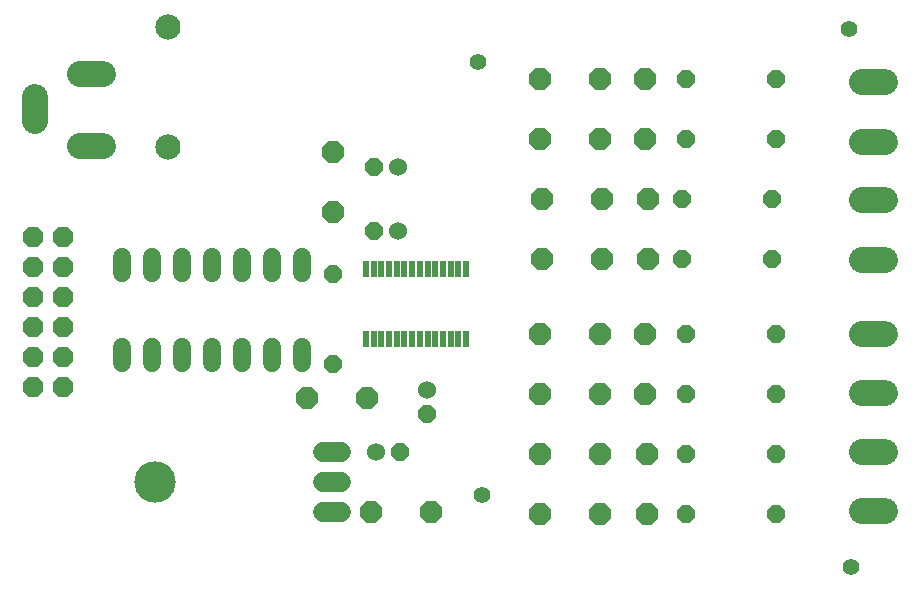
<source format=gts>
G75*
%MOIN*%
%OFA0B0*%
%FSLAX25Y25*%
%IPPOS*%
%LPD*%
%AMOC8*
5,1,8,0,0,1.08239X$1,22.5*
%
%ADD10C,0.05524*%
%ADD11OC8,0.06000*%
%ADD12C,0.06000*%
%ADD13OC8,0.07100*%
%ADD14R,0.02178X0.05524*%
%ADD15C,0.06000*%
%ADD16C,0.06800*%
%ADD17C,0.13800*%
%ADD18OC8,0.06800*%
%ADD19C,0.08600*%
%ADD20C,0.08674*%
%ADD21C,0.08400*%
D10*
X0166175Y0041800D03*
X0289300Y0018050D03*
X0164925Y0186175D03*
X0288675Y0197425D03*
D11*
X0264300Y0180550D03*
X0234300Y0180550D03*
X0234300Y0160550D03*
X0233050Y0140550D03*
X0233050Y0120550D03*
X0263050Y0120550D03*
X0263050Y0140550D03*
X0264300Y0160550D03*
X0264300Y0095550D03*
X0264300Y0075550D03*
X0234300Y0075550D03*
X0234300Y0095550D03*
X0234300Y0055550D03*
X0234300Y0035550D03*
X0264300Y0035550D03*
X0264300Y0055550D03*
X0148050Y0069050D03*
X0138925Y0056175D03*
X0116800Y0085550D03*
X0116800Y0115550D03*
X0130300Y0129925D03*
X0130300Y0151175D03*
D12*
X0138300Y0151175D03*
X0138300Y0129925D03*
X0148050Y0077050D03*
X0130925Y0056175D03*
D13*
X0128050Y0074300D03*
X0108050Y0074300D03*
X0129300Y0036175D03*
X0149300Y0036175D03*
X0185550Y0035550D03*
X0205550Y0035550D03*
X0221175Y0035550D03*
X0221175Y0055550D03*
X0205550Y0055550D03*
X0185550Y0055550D03*
X0185550Y0075550D03*
X0205550Y0075550D03*
X0220550Y0075550D03*
X0220550Y0095550D03*
X0205550Y0095550D03*
X0185550Y0095550D03*
X0186175Y0120550D03*
X0206175Y0120550D03*
X0221800Y0120550D03*
X0221800Y0140550D03*
X0206175Y0140550D03*
X0186175Y0140550D03*
X0185550Y0160550D03*
X0205550Y0160550D03*
X0220550Y0160550D03*
X0220550Y0180550D03*
X0205550Y0180550D03*
X0185550Y0180550D03*
X0116800Y0156175D03*
X0116800Y0136175D03*
D14*
X0127666Y0117263D03*
X0130225Y0117263D03*
X0132784Y0117263D03*
X0135343Y0117263D03*
X0137902Y0117263D03*
X0140461Y0117263D03*
X0143020Y0117263D03*
X0145580Y0117263D03*
X0148139Y0117263D03*
X0150698Y0117263D03*
X0153257Y0117263D03*
X0155816Y0117263D03*
X0158375Y0117263D03*
X0160934Y0117263D03*
X0160934Y0093837D03*
X0158375Y0093837D03*
X0155816Y0093837D03*
X0153257Y0093837D03*
X0150698Y0093837D03*
X0148139Y0093837D03*
X0145580Y0093837D03*
X0143020Y0093837D03*
X0140461Y0093837D03*
X0137902Y0093837D03*
X0135343Y0093837D03*
X0132784Y0093837D03*
X0130225Y0093837D03*
X0127666Y0093837D03*
D15*
X0106175Y0091275D02*
X0106175Y0086075D01*
X0096175Y0086075D02*
X0096175Y0091275D01*
X0086175Y0091275D02*
X0086175Y0086075D01*
X0076175Y0086075D02*
X0076175Y0091275D01*
X0066175Y0091275D02*
X0066175Y0086075D01*
X0056175Y0086075D02*
X0056175Y0091275D01*
X0046175Y0091275D02*
X0046175Y0086075D01*
X0046175Y0116075D02*
X0046175Y0121275D01*
X0056175Y0121275D02*
X0056175Y0116075D01*
X0066175Y0116075D02*
X0066175Y0121275D01*
X0076175Y0121275D02*
X0076175Y0116075D01*
X0086175Y0116075D02*
X0086175Y0121275D01*
X0096175Y0121275D02*
X0096175Y0116075D01*
X0106175Y0116075D02*
X0106175Y0121275D01*
D16*
X0113175Y0056175D02*
X0119175Y0056175D01*
X0119175Y0046175D02*
X0113175Y0046175D01*
X0113175Y0036175D02*
X0119175Y0036175D01*
D17*
X0057175Y0046175D03*
D18*
X0026800Y0078050D03*
X0016800Y0078050D03*
X0016800Y0088050D03*
X0026800Y0088050D03*
X0026800Y0098050D03*
X0016800Y0098050D03*
X0016800Y0108050D03*
X0026800Y0108050D03*
X0026800Y0118050D03*
X0016800Y0118050D03*
X0016800Y0128050D03*
X0026800Y0128050D03*
D19*
X0292900Y0120325D02*
X0300700Y0120325D01*
X0300700Y0140125D02*
X0292900Y0140125D01*
X0292900Y0159725D02*
X0300700Y0159725D01*
X0300700Y0179525D02*
X0292900Y0179525D01*
X0292900Y0095775D02*
X0300700Y0095775D01*
X0300700Y0075975D02*
X0292900Y0075975D01*
X0292900Y0056375D02*
X0300700Y0056375D01*
X0300700Y0036575D02*
X0292900Y0036575D01*
D20*
X0040112Y0158345D02*
X0032238Y0158345D01*
X0017277Y0166613D02*
X0017277Y0174487D01*
X0032238Y0182361D02*
X0040112Y0182361D01*
D21*
X0061800Y0198050D03*
X0061800Y0158050D03*
M02*

</source>
